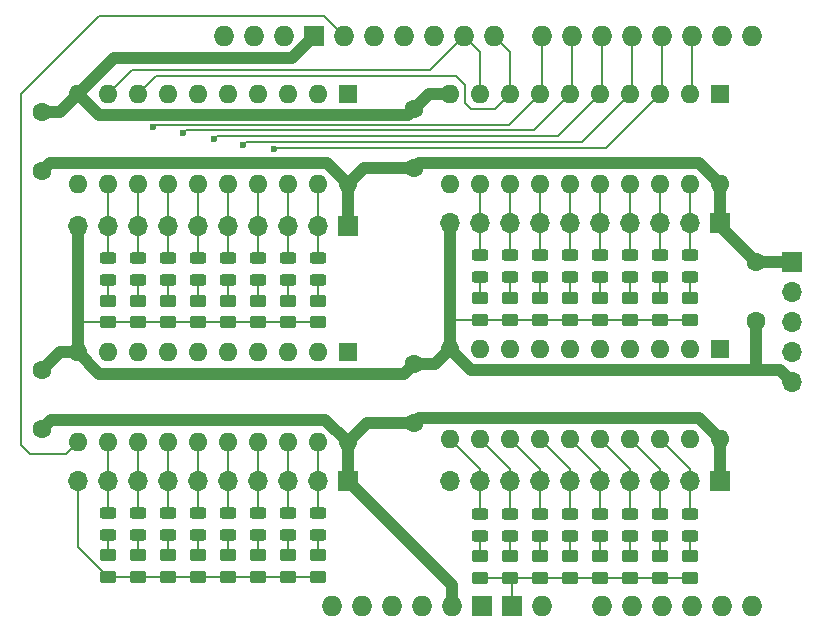
<source format=gbr>
%TF.GenerationSoftware,KiCad,Pcbnew,8.0.8*%
%TF.CreationDate,2025-02-03T13:00:51-08:00*%
%TF.ProjectId,ArduinoExpander,41726475-696e-46f4-9578-70616e646572,rev?*%
%TF.SameCoordinates,Original*%
%TF.FileFunction,Copper,L1,Top*%
%TF.FilePolarity,Positive*%
%FSLAX46Y46*%
G04 Gerber Fmt 4.6, Leading zero omitted, Abs format (unit mm)*
G04 Created by KiCad (PCBNEW 8.0.8) date 2025-02-03 13:00:51*
%MOMM*%
%LPD*%
G01*
G04 APERTURE LIST*
G04 Aperture macros list*
%AMRoundRect*
0 Rectangle with rounded corners*
0 $1 Rounding radius*
0 $2 $3 $4 $5 $6 $7 $8 $9 X,Y pos of 4 corners*
0 Add a 4 corners polygon primitive as box body*
4,1,4,$2,$3,$4,$5,$6,$7,$8,$9,$2,$3,0*
0 Add four circle primitives for the rounded corners*
1,1,$1+$1,$2,$3*
1,1,$1+$1,$4,$5*
1,1,$1+$1,$6,$7*
1,1,$1+$1,$8,$9*
0 Add four rect primitives between the rounded corners*
20,1,$1+$1,$2,$3,$4,$5,0*
20,1,$1+$1,$4,$5,$6,$7,0*
20,1,$1+$1,$6,$7,$8,$9,0*
20,1,$1+$1,$8,$9,$2,$3,0*%
G04 Aperture macros list end*
%TA.AperFunction,ComponentPad*%
%ADD10C,1.600000*%
%TD*%
%TA.AperFunction,SMDPad,CuDef*%
%ADD11RoundRect,0.243750X0.456250X-0.243750X0.456250X0.243750X-0.456250X0.243750X-0.456250X-0.243750X0*%
%TD*%
%TA.AperFunction,SMDPad,CuDef*%
%ADD12RoundRect,0.250000X-0.450000X0.262500X-0.450000X-0.262500X0.450000X-0.262500X0.450000X0.262500X0*%
%TD*%
%TA.AperFunction,ComponentPad*%
%ADD13O,1.727200X1.727200*%
%TD*%
%TA.AperFunction,ComponentPad*%
%ADD14R,1.727200X1.727200*%
%TD*%
%TA.AperFunction,ComponentPad*%
%ADD15R,1.700000X1.700000*%
%TD*%
%TA.AperFunction,ComponentPad*%
%ADD16O,1.700000X1.700000*%
%TD*%
%TA.AperFunction,ComponentPad*%
%ADD17R,1.600000X1.600000*%
%TD*%
%TA.AperFunction,ComponentPad*%
%ADD18O,1.600000X1.600000*%
%TD*%
%TA.AperFunction,ViaPad*%
%ADD19C,0.600000*%
%TD*%
%TA.AperFunction,Conductor*%
%ADD20C,1.000000*%
%TD*%
%TA.AperFunction,Conductor*%
%ADD21C,0.200000*%
%TD*%
G04 APERTURE END LIST*
D10*
%TO.P,C5,1*%
%TO.N,GND*%
X124968000Y-73580000D03*
%TO.P,C5,2*%
%TO.N,+5V*%
X124968000Y-68580000D03*
%TD*%
%TO.P,C1,1*%
%TO.N,GND*%
X64516000Y-77724000D03*
%TO.P,C1,2*%
%TO.N,+5V*%
X64516000Y-82724000D03*
%TD*%
D11*
%TO.P,D23,1,K*%
%TO.N,Net-(D23-K)*%
X104140000Y-91791000D03*
%TO.P,D23,2,A*%
%TO.N,Net-(D23-A)*%
X104140000Y-89916000D03*
%TD*%
D12*
%TO.P,R9,1*%
%TO.N,Net-(D9-K)*%
X87884000Y-71835000D03*
%TO.P,R9,2*%
%TO.N,GND*%
X87884000Y-73660000D03*
%TD*%
D11*
%TO.P,D5,1,K*%
%TO.N,Net-(D5-K)*%
X77724000Y-91684000D03*
%TO.P,D5,2,A*%
%TO.N,Net-(D5-A)*%
X77724000Y-89809000D03*
%TD*%
D12*
%TO.P,R3,1*%
%TO.N,Net-(D3-K)*%
X82804000Y-93415000D03*
%TO.P,R3,2*%
%TO.N,GND*%
X82804000Y-95240000D03*
%TD*%
%TO.P,R10,1*%
%TO.N,Net-(D10-K)*%
X85344000Y-71835000D03*
%TO.P,R10,2*%
%TO.N,GND*%
X85344000Y-73660000D03*
%TD*%
%TO.P,R22,1*%
%TO.N,Net-(D22-K)*%
X106680000Y-93472000D03*
%TO.P,R22,2*%
%TO.N,GND*%
X106680000Y-95297000D03*
%TD*%
%TO.P,R4,1*%
%TO.N,Net-(D4-K)*%
X80264000Y-93415000D03*
%TO.P,R4,2*%
%TO.N,GND*%
X80264000Y-95240000D03*
%TD*%
D11*
%TO.P,D18,1,K*%
%TO.N,Net-(D18-K)*%
X116840000Y-91791000D03*
%TO.P,D18,2,A*%
%TO.N,Net-(D18-A)*%
X116840000Y-89916000D03*
%TD*%
D10*
%TO.P,C2,1*%
%TO.N,GND*%
X64516000Y-55880000D03*
%TO.P,C2,2*%
%TO.N,+5V*%
X64516000Y-60880000D03*
%TD*%
D12*
%TO.P,R27,1*%
%TO.N,Net-(D27-K)*%
X114300000Y-71628000D03*
%TO.P,R27,2*%
%TO.N,GND*%
X114300000Y-73453000D03*
%TD*%
D11*
%TO.P,D29,2,A*%
%TO.N,Net-(D29-A)*%
X109220000Y-67965000D03*
%TO.P,D29,1,K*%
%TO.N,Net-(D29-K)*%
X109220000Y-69840000D03*
%TD*%
%TO.P,D22,1,K*%
%TO.N,Net-(D22-K)*%
X106680000Y-91791000D03*
%TO.P,D22,2,A*%
%TO.N,Net-(D22-A)*%
X106680000Y-89916000D03*
%TD*%
D12*
%TO.P,R26,1*%
%TO.N,Net-(D26-K)*%
X116840000Y-71628000D03*
%TO.P,R26,2*%
%TO.N,GND*%
X116840000Y-73453000D03*
%TD*%
%TO.P,R19,1*%
%TO.N,Net-(D19-K)*%
X114300000Y-93472000D03*
%TO.P,R19,2*%
%TO.N,GND*%
X114300000Y-95297000D03*
%TD*%
D13*
%TO.P,A1,VIN,VIN*%
%TO.N,/VIN*%
X106865200Y-97677437D03*
%TO.P,A1,SDA,SDA*%
%TO.N,/SDA*%
X82481200Y-49417437D03*
%TO.P,A1,SCL,SCL*%
%TO.N,/SCL*%
X79941200Y-49417437D03*
%TO.P,A1,RST1,RESET*%
%TO.N,/RST1*%
X94165200Y-97677437D03*
%TO.P,A1,IORF,IOREF*%
%TO.N,/IOREF*%
X91625200Y-97677437D03*
D14*
%TO.P,A1,GND3,GND*%
%TO.N,GND*%
X104325200Y-97677437D03*
%TO.P,A1,GND2,GND*%
X101785200Y-97677437D03*
%TO.P,A1,GND1,GND*%
X87561200Y-49417437D03*
D13*
%TO.P,A1,D13,D13*%
%TO.N,/LE_A_PIN*%
X90101200Y-49417437D03*
%TO.P,A1,D12,D12*%
%TO.N,/LE_B_PIN*%
X92641200Y-49417437D03*
%TO.P,A1,D11,D11*%
%TO.N,/OE_AB_PIN*%
X95181200Y-49417437D03*
%TO.P,A1,D10,D10_CS*%
%TO.N,/LE_D_PIN*%
X97721200Y-49417437D03*
%TO.P,A1,D9,D9*%
%TO.N,/DB7*%
X100261200Y-49417437D03*
%TO.P,A1,D8,D8*%
%TO.N,/DB6*%
X102801200Y-49417437D03*
%TO.P,A1,D7,D7*%
%TO.N,/DB5*%
X106865200Y-49417437D03*
%TO.P,A1,D6,D6*%
%TO.N,/DB4*%
X109405200Y-49417437D03*
%TO.P,A1,D5,D5*%
%TO.N,/DB3*%
X111945200Y-49417437D03*
%TO.P,A1,D4,D4*%
%TO.N,/DB2*%
X114485200Y-49417437D03*
%TO.P,A1,D3,D3_INT1*%
%TO.N,/DB1*%
X117025200Y-49417437D03*
%TO.P,A1,D2,D2_INT0*%
%TO.N,/DB0*%
X119565200Y-49417437D03*
%TO.P,A1,D1,D1/TX*%
%TO.N,/D1*%
X122105200Y-49417437D03*
%TO.P,A1,D0,D0/RX*%
%TO.N,/D0*%
X124645200Y-49417437D03*
%TO.P,A1,AREF,AREF*%
%TO.N,/AREF*%
X85021200Y-49417437D03*
%TO.P,A1,A5,A5*%
%TO.N,/CTRL_2*%
X124645200Y-97677437D03*
%TO.P,A1,A4,A4*%
%TO.N,/CTRL_1*%
X122105200Y-97677437D03*
%TO.P,A1,A3,A3*%
%TO.N,/CTRL_0*%
X119565200Y-97677437D03*
%TO.P,A1,A2,A2*%
%TO.N,/PIN19_C_PIN*%
X117025200Y-97677437D03*
%TO.P,A1,A1,A1*%
%TO.N,/PIN1_C_PIN*%
X114485200Y-97677437D03*
%TO.P,A1,A0,A0*%
%TO.N,/PIN1_D_PIN*%
X111945200Y-97677437D03*
%TO.P,A1,5V1,5V*%
%TO.N,+5V*%
X99245200Y-97677437D03*
%TO.P,A1,3V3,3.3V*%
%TO.N,+3.3V*%
X96705200Y-97677437D03*
%TO.P,A1,*%
%TO.N,*%
X89085200Y-97677437D03*
%TD*%
D11*
%TO.P,D6,1,K*%
%TO.N,Net-(D6-K)*%
X75184000Y-91684000D03*
%TO.P,D6,2,A*%
%TO.N,Net-(D6-A)*%
X75184000Y-89809000D03*
%TD*%
%TO.P,D7,1,K*%
%TO.N,Net-(D7-K)*%
X72644000Y-91684000D03*
%TO.P,D7,2,A*%
%TO.N,Net-(D7-A)*%
X72644000Y-89809000D03*
%TD*%
D15*
%TO.P,J3,1,Pin_1*%
%TO.N,+5V*%
X121920000Y-87112000D03*
D16*
%TO.P,J3,2,Pin_2*%
%TO.N,Net-(D17-A)*%
X119380000Y-87112000D03*
%TO.P,J3,3,Pin_3*%
%TO.N,Net-(D18-A)*%
X116840000Y-87112000D03*
%TO.P,J3,4,Pin_4*%
%TO.N,Net-(D19-A)*%
X114300000Y-87112000D03*
%TO.P,J3,5,Pin_5*%
%TO.N,Net-(D20-A)*%
X111760000Y-87112000D03*
%TO.P,J3,6,Pin_6*%
%TO.N,Net-(D21-A)*%
X109220000Y-87112000D03*
%TO.P,J3,7,Pin_7*%
%TO.N,Net-(D22-A)*%
X106680000Y-87112000D03*
%TO.P,J3,8,Pin_8*%
%TO.N,Net-(D23-A)*%
X104140000Y-87112000D03*
%TO.P,J3,9,Pin_9*%
%TO.N,Net-(D24-A)*%
X101600000Y-87112000D03*
%TO.P,J3,10,Pin_10*%
%TO.N,GND*%
X99060000Y-87112000D03*
%TD*%
D11*
%TO.P,D1,1,K*%
%TO.N,Net-(D1-K)*%
X87884000Y-91684000D03*
%TO.P,D1,2,A*%
%TO.N,Net-(D1-A)*%
X87884000Y-89809000D03*
%TD*%
D12*
%TO.P,R2,1*%
%TO.N,Net-(D2-K)*%
X85344000Y-93415000D03*
%TO.P,R2,2*%
%TO.N,GND*%
X85344000Y-95240000D03*
%TD*%
D11*
%TO.P,D28,2,A*%
%TO.N,Net-(D28-A)*%
X111760000Y-67965000D03*
%TO.P,D28,1,K*%
%TO.N,Net-(D28-K)*%
X111760000Y-69840000D03*
%TD*%
D17*
%TO.P,U1,1,OE*%
%TO.N,/OE_AB_PIN*%
X90424000Y-76200000D03*
D18*
%TO.P,U1,2,D0*%
%TO.N,/DB0*%
X87884000Y-76200000D03*
%TO.P,U1,3,D1*%
%TO.N,/DB1*%
X85344000Y-76200000D03*
%TO.P,U1,4,D2*%
%TO.N,/DB2*%
X82804000Y-76200000D03*
%TO.P,U1,5,D3*%
%TO.N,/DB3*%
X80264000Y-76200000D03*
%TO.P,U1,6,D4*%
%TO.N,/DB4*%
X77724000Y-76200000D03*
%TO.P,U1,7,D5*%
%TO.N,/DB5*%
X75184000Y-76200000D03*
%TO.P,U1,8,D6*%
%TO.N,/DB6*%
X72644000Y-76200000D03*
%TO.P,U1,9,D7*%
%TO.N,/DB7*%
X70104000Y-76200000D03*
%TO.P,U1,10,GND*%
%TO.N,GND*%
X67564000Y-76200000D03*
%TO.P,U1,11,Load*%
%TO.N,/LE_A_PIN*%
X67564000Y-83820000D03*
%TO.P,U1,12,Q7*%
%TO.N,Net-(D8-A)*%
X70104000Y-83820000D03*
%TO.P,U1,13,Q6*%
%TO.N,Net-(D7-A)*%
X72644000Y-83820000D03*
%TO.P,U1,14,Q5*%
%TO.N,Net-(D6-A)*%
X75184000Y-83820000D03*
%TO.P,U1,15,Q4*%
%TO.N,Net-(D5-A)*%
X77724000Y-83820000D03*
%TO.P,U1,16,Q3*%
%TO.N,Net-(D4-A)*%
X80264000Y-83820000D03*
%TO.P,U1,17,Q2*%
%TO.N,Net-(D3-A)*%
X82804000Y-83820000D03*
%TO.P,U1,18,Q1*%
%TO.N,Net-(D2-A)*%
X85344000Y-83820000D03*
%TO.P,U1,19,Q0*%
%TO.N,Net-(D1-A)*%
X87884000Y-83820000D03*
%TO.P,U1,20,VCC*%
%TO.N,+5V*%
X90424000Y-83820000D03*
%TD*%
D12*
%TO.P,R5,1*%
%TO.N,Net-(D5-K)*%
X77724000Y-93415000D03*
%TO.P,R5,2*%
%TO.N,GND*%
X77724000Y-95240000D03*
%TD*%
%TO.P,R20,1*%
%TO.N,Net-(D20-K)*%
X111760000Y-93472000D03*
%TO.P,R20,2*%
%TO.N,GND*%
X111760000Y-95297000D03*
%TD*%
D17*
%TO.P,U2,1,OE*%
%TO.N,/OE_AB_PIN*%
X90424000Y-54356000D03*
D18*
%TO.P,U2,2,D0*%
%TO.N,/DB0*%
X87884000Y-54356000D03*
%TO.P,U2,3,D1*%
%TO.N,/DB1*%
X85344000Y-54356000D03*
%TO.P,U2,4,D2*%
%TO.N,/DB2*%
X82804000Y-54356000D03*
%TO.P,U2,5,D3*%
%TO.N,/DB3*%
X80264000Y-54356000D03*
%TO.P,U2,6,D4*%
%TO.N,/DB4*%
X77724000Y-54356000D03*
%TO.P,U2,7,D5*%
%TO.N,/DB5*%
X75184000Y-54356000D03*
%TO.P,U2,8,D6*%
%TO.N,/DB6*%
X72644000Y-54356000D03*
%TO.P,U2,9,D7*%
%TO.N,/DB7*%
X70104000Y-54356000D03*
%TO.P,U2,10,GND*%
%TO.N,GND*%
X67564000Y-54356000D03*
%TO.P,U2,11,Load*%
%TO.N,/LE_B_PIN*%
X67564000Y-61976000D03*
%TO.P,U2,12,Q7*%
%TO.N,Net-(D16-A)*%
X70104000Y-61976000D03*
%TO.P,U2,13,Q6*%
%TO.N,Net-(D15-A)*%
X72644000Y-61976000D03*
%TO.P,U2,14,Q5*%
%TO.N,Net-(D14-A)*%
X75184000Y-61976000D03*
%TO.P,U2,15,Q4*%
%TO.N,Net-(D13-A)*%
X77724000Y-61976000D03*
%TO.P,U2,16,Q3*%
%TO.N,Net-(D12-A)*%
X80264000Y-61976000D03*
%TO.P,U2,17,Q2*%
%TO.N,Net-(D11-A)*%
X82804000Y-61976000D03*
%TO.P,U2,18,Q1*%
%TO.N,Net-(D10-A)*%
X85344000Y-61976000D03*
%TO.P,U2,19,Q0*%
%TO.N,Net-(D9-A)*%
X87884000Y-61976000D03*
%TO.P,U2,20,VCC*%
%TO.N,+5V*%
X90424000Y-61976000D03*
%TD*%
D12*
%TO.P,R30,1*%
%TO.N,Net-(D30-K)*%
X106680000Y-71628000D03*
%TO.P,R30,2*%
%TO.N,GND*%
X106680000Y-73453000D03*
%TD*%
D17*
%TO.P,U4,1,OE*%
%TO.N,/PIN1_D_PIN*%
X121920000Y-54356000D03*
D18*
%TO.P,U4,2,D0*%
%TO.N,/DB0*%
X119380000Y-54356000D03*
%TO.P,U4,3,D1*%
%TO.N,/DB1*%
X116840000Y-54356000D03*
%TO.P,U4,4,D2*%
%TO.N,/DB2*%
X114300000Y-54356000D03*
%TO.P,U4,5,D3*%
%TO.N,/DB3*%
X111760000Y-54356000D03*
%TO.P,U4,6,D4*%
%TO.N,/DB4*%
X109220000Y-54356000D03*
%TO.P,U4,7,D5*%
%TO.N,/DB5*%
X106680000Y-54356000D03*
%TO.P,U4,8,D6*%
%TO.N,/DB6*%
X104140000Y-54356000D03*
%TO.P,U4,9,D7*%
%TO.N,/DB7*%
X101600000Y-54356000D03*
%TO.P,U4,10,GND*%
%TO.N,GND*%
X99060000Y-54356000D03*
%TO.P,U4,11,Load*%
%TO.N,/LE_D_PIN*%
X99060000Y-61976000D03*
%TO.P,U4,12,Q7*%
%TO.N,Net-(D32-A)*%
X101600000Y-61976000D03*
%TO.P,U4,13,Q6*%
%TO.N,Net-(D31-A)*%
X104140000Y-61976000D03*
%TO.P,U4,14,Q5*%
%TO.N,Net-(D30-A)*%
X106680000Y-61976000D03*
%TO.P,U4,15,Q4*%
%TO.N,Net-(D29-A)*%
X109220000Y-61976000D03*
%TO.P,U4,16,Q3*%
%TO.N,Net-(D28-A)*%
X111760000Y-61976000D03*
%TO.P,U4,17,Q2*%
%TO.N,Net-(D27-A)*%
X114300000Y-61976000D03*
%TO.P,U4,18,Q1*%
%TO.N,Net-(D26-A)*%
X116840000Y-61976000D03*
%TO.P,U4,19,Q0*%
%TO.N,Net-(D25-A)*%
X119380000Y-61976000D03*
%TO.P,U4,20,VCC*%
%TO.N,+5V*%
X121920000Y-61976000D03*
%TD*%
D11*
%TO.P,D8,1,K*%
%TO.N,Net-(D8-K)*%
X70104000Y-91684000D03*
%TO.P,D8,2,A*%
%TO.N,Net-(D8-A)*%
X70104000Y-89809000D03*
%TD*%
D12*
%TO.P,R17,1*%
%TO.N,Net-(D17-K)*%
X119380000Y-93472000D03*
%TO.P,R17,2*%
%TO.N,GND*%
X119380000Y-95297000D03*
%TD*%
D11*
%TO.P,D13,1,K*%
%TO.N,Net-(D13-K)*%
X77724000Y-70104000D03*
%TO.P,D13,2,A*%
%TO.N,Net-(D13-A)*%
X77724000Y-68229000D03*
%TD*%
%TO.P,D30,2,A*%
%TO.N,Net-(D30-A)*%
X106680000Y-67965000D03*
%TO.P,D30,1,K*%
%TO.N,Net-(D30-K)*%
X106680000Y-69840000D03*
%TD*%
D15*
%TO.P,J2,1,Pin_1*%
%TO.N,+5V*%
X90424000Y-65532000D03*
D16*
%TO.P,J2,2,Pin_2*%
%TO.N,Net-(D9-A)*%
X87884000Y-65532000D03*
%TO.P,J2,3,Pin_3*%
%TO.N,Net-(D10-A)*%
X85344000Y-65532000D03*
%TO.P,J2,4,Pin_4*%
%TO.N,Net-(D11-A)*%
X82804000Y-65532000D03*
%TO.P,J2,5,Pin_5*%
%TO.N,Net-(D12-A)*%
X80264000Y-65532000D03*
%TO.P,J2,6,Pin_6*%
%TO.N,Net-(D13-A)*%
X77724000Y-65532000D03*
%TO.P,J2,7,Pin_7*%
%TO.N,Net-(D14-A)*%
X75184000Y-65532000D03*
%TO.P,J2,8,Pin_8*%
%TO.N,Net-(D15-A)*%
X72644000Y-65532000D03*
%TO.P,J2,9,Pin_9*%
%TO.N,Net-(D16-A)*%
X70104000Y-65532000D03*
%TO.P,J2,10,Pin_10*%
%TO.N,GND*%
X67564000Y-65532000D03*
%TD*%
D11*
%TO.P,D14,1,K*%
%TO.N,Net-(D14-K)*%
X75184000Y-70104000D03*
%TO.P,D14,2,A*%
%TO.N,Net-(D14-A)*%
X75184000Y-68229000D03*
%TD*%
%TO.P,D24,1,K*%
%TO.N,Net-(D24-K)*%
X101600000Y-91791000D03*
%TO.P,D24,2,A*%
%TO.N,Net-(D24-A)*%
X101600000Y-89916000D03*
%TD*%
D12*
%TO.P,R29,1*%
%TO.N,Net-(D29-K)*%
X109220000Y-71628000D03*
%TO.P,R29,2*%
%TO.N,GND*%
X109220000Y-73453000D03*
%TD*%
D10*
%TO.P,C3,1*%
%TO.N,GND*%
X96012000Y-55616000D03*
%TO.P,C3,2*%
%TO.N,+5V*%
X96012000Y-60616000D03*
%TD*%
D12*
%TO.P,R1,1*%
%TO.N,Net-(D1-K)*%
X87884000Y-93415000D03*
%TO.P,R1,2*%
%TO.N,GND*%
X87884000Y-95240000D03*
%TD*%
%TO.P,R13,1*%
%TO.N,Net-(D13-K)*%
X77724000Y-71835000D03*
%TO.P,R13,2*%
%TO.N,GND*%
X77724000Y-73660000D03*
%TD*%
D11*
%TO.P,D27,2,A*%
%TO.N,Net-(D27-A)*%
X114300000Y-67965000D03*
%TO.P,D27,1,K*%
%TO.N,Net-(D27-K)*%
X114300000Y-69840000D03*
%TD*%
D12*
%TO.P,R15,1*%
%TO.N,Net-(D15-K)*%
X72644000Y-71835000D03*
%TO.P,R15,2*%
%TO.N,GND*%
X72644000Y-73660000D03*
%TD*%
%TO.P,R7,1*%
%TO.N,Net-(D7-K)*%
X72644000Y-93415000D03*
%TO.P,R7,2*%
%TO.N,GND*%
X72644000Y-95240000D03*
%TD*%
D11*
%TO.P,D16,1,K*%
%TO.N,Net-(D16-K)*%
X70104000Y-70104000D03*
%TO.P,D16,2,A*%
%TO.N,Net-(D16-A)*%
X70104000Y-68229000D03*
%TD*%
%TO.P,D19,1,K*%
%TO.N,Net-(D19-K)*%
X114300000Y-91791000D03*
%TO.P,D19,2,A*%
%TO.N,Net-(D19-A)*%
X114300000Y-89916000D03*
%TD*%
%TO.P,D2,1,K*%
%TO.N,Net-(D2-K)*%
X85344000Y-91684000D03*
%TO.P,D2,2,A*%
%TO.N,Net-(D2-A)*%
X85344000Y-89809000D03*
%TD*%
D12*
%TO.P,R18,1*%
%TO.N,Net-(D18-K)*%
X116840000Y-93472000D03*
%TO.P,R18,2*%
%TO.N,GND*%
X116840000Y-95297000D03*
%TD*%
%TO.P,R12,1*%
%TO.N,Net-(D12-K)*%
X80264000Y-71835000D03*
%TO.P,R12,2*%
%TO.N,GND*%
X80264000Y-73660000D03*
%TD*%
%TO.P,R14,1*%
%TO.N,Net-(D14-K)*%
X75184000Y-71835000D03*
%TO.P,R14,2*%
%TO.N,GND*%
X75184000Y-73660000D03*
%TD*%
D11*
%TO.P,D17,1,K*%
%TO.N,Net-(D17-K)*%
X119380000Y-91791000D03*
%TO.P,D17,2,A*%
%TO.N,Net-(D17-A)*%
X119380000Y-89916000D03*
%TD*%
%TO.P,D25,1,K*%
%TO.N,Net-(D25-K)*%
X119380000Y-69840000D03*
%TO.P,D25,2,A*%
%TO.N,Net-(D25-A)*%
X119380000Y-67965000D03*
%TD*%
%TO.P,D21,1,K*%
%TO.N,Net-(D21-K)*%
X109220000Y-91791000D03*
%TO.P,D21,2,A*%
%TO.N,Net-(D21-A)*%
X109220000Y-89916000D03*
%TD*%
D12*
%TO.P,R31,1*%
%TO.N,Net-(D31-K)*%
X104140000Y-71628000D03*
%TO.P,R31,2*%
%TO.N,GND*%
X104140000Y-73453000D03*
%TD*%
%TO.P,R28,1*%
%TO.N,Net-(D28-K)*%
X111760000Y-71628000D03*
%TO.P,R28,2*%
%TO.N,GND*%
X111760000Y-73453000D03*
%TD*%
D11*
%TO.P,D26,2,A*%
%TO.N,Net-(D26-A)*%
X116840000Y-67965000D03*
%TO.P,D26,1,K*%
%TO.N,Net-(D26-K)*%
X116840000Y-69840000D03*
%TD*%
D12*
%TO.P,R16,1*%
%TO.N,Net-(D16-K)*%
X70104000Y-71835000D03*
%TO.P,R16,2*%
%TO.N,GND*%
X70104000Y-73660000D03*
%TD*%
%TO.P,R23,1*%
%TO.N,Net-(D23-K)*%
X104140000Y-93472000D03*
%TO.P,R23,2*%
%TO.N,GND*%
X104140000Y-95297000D03*
%TD*%
D11*
%TO.P,D11,1,K*%
%TO.N,Net-(D11-K)*%
X82804000Y-70104000D03*
%TO.P,D11,2,A*%
%TO.N,Net-(D11-A)*%
X82804000Y-68229000D03*
%TD*%
%TO.P,D15,2,A*%
%TO.N,Net-(D15-A)*%
X72644000Y-68229000D03*
%TO.P,D15,1,K*%
%TO.N,Net-(D15-K)*%
X72644000Y-70104000D03*
%TD*%
D10*
%TO.P,C4,1*%
%TO.N,GND*%
X96012000Y-77216000D03*
%TO.P,C4,2*%
%TO.N,+5V*%
X96012000Y-82216000D03*
%TD*%
D17*
%TO.P,U3,1,A->B*%
%TO.N,/PIN1_C_PIN*%
X121920000Y-75936000D03*
D18*
%TO.P,U3,2,A0*%
%TO.N,/DB0*%
X119380000Y-75936000D03*
%TO.P,U3,3,A1*%
%TO.N,/DB1*%
X116840000Y-75936000D03*
%TO.P,U3,4,A2*%
%TO.N,/DB2*%
X114300000Y-75936000D03*
%TO.P,U3,5,A3*%
%TO.N,/DB3*%
X111760000Y-75936000D03*
%TO.P,U3,6,A4*%
%TO.N,/DB4*%
X109220000Y-75936000D03*
%TO.P,U3,7,A5*%
%TO.N,/DB5*%
X106680000Y-75936000D03*
%TO.P,U3,8,A6*%
%TO.N,/DB6*%
X104140000Y-75936000D03*
%TO.P,U3,9,A7*%
%TO.N,/DB7*%
X101600000Y-75936000D03*
%TO.P,U3,10,GND*%
%TO.N,GND*%
X99060000Y-75936000D03*
%TO.P,U3,11,B7*%
%TO.N,Net-(D24-A)*%
X99060000Y-83556000D03*
%TO.P,U3,12,B6*%
%TO.N,Net-(D23-A)*%
X101600000Y-83556000D03*
%TO.P,U3,13,B5*%
%TO.N,Net-(D22-A)*%
X104140000Y-83556000D03*
%TO.P,U3,14,B4*%
%TO.N,Net-(D21-A)*%
X106680000Y-83556000D03*
%TO.P,U3,15,B3*%
%TO.N,Net-(D20-A)*%
X109220000Y-83556000D03*
%TO.P,U3,16,B2*%
%TO.N,Net-(D19-A)*%
X111760000Y-83556000D03*
%TO.P,U3,17,B1*%
%TO.N,Net-(D18-A)*%
X114300000Y-83556000D03*
%TO.P,U3,18,B0*%
%TO.N,Net-(D17-A)*%
X116840000Y-83556000D03*
%TO.P,U3,19,CE*%
%TO.N,/PIN19_C_PIN*%
X119380000Y-83556000D03*
%TO.P,U3,20,VCC*%
%TO.N,+5V*%
X121920000Y-83556000D03*
%TD*%
D15*
%TO.P,J4,1,Pin_1*%
%TO.N,+5V*%
X121920000Y-65268000D03*
D16*
%TO.P,J4,2,Pin_2*%
%TO.N,Net-(D25-A)*%
X119380000Y-65268000D03*
%TO.P,J4,3,Pin_3*%
%TO.N,Net-(D26-A)*%
X116840000Y-65268000D03*
%TO.P,J4,4,Pin_4*%
%TO.N,Net-(D27-A)*%
X114300000Y-65268000D03*
%TO.P,J4,5,Pin_5*%
%TO.N,Net-(D28-A)*%
X111760000Y-65268000D03*
%TO.P,J4,6,Pin_6*%
%TO.N,Net-(D29-A)*%
X109220000Y-65268000D03*
%TO.P,J4,7,Pin_7*%
%TO.N,Net-(D30-A)*%
X106680000Y-65268000D03*
%TO.P,J4,8,Pin_8*%
%TO.N,Net-(D31-A)*%
X104140000Y-65268000D03*
%TO.P,J4,9,Pin_9*%
%TO.N,Net-(D32-A)*%
X101600000Y-65268000D03*
%TO.P,J4,10,Pin_10*%
%TO.N,GND*%
X99060000Y-65268000D03*
%TD*%
D12*
%TO.P,R21,1*%
%TO.N,Net-(D21-K)*%
X109220000Y-93472000D03*
%TO.P,R21,2*%
%TO.N,GND*%
X109220000Y-95297000D03*
%TD*%
D11*
%TO.P,D9,1,K*%
%TO.N,Net-(D9-K)*%
X87884000Y-70104000D03*
%TO.P,D9,2,A*%
%TO.N,Net-(D9-A)*%
X87884000Y-68229000D03*
%TD*%
%TO.P,D12,1,K*%
%TO.N,Net-(D12-K)*%
X80264000Y-70104000D03*
%TO.P,D12,2,A*%
%TO.N,Net-(D12-A)*%
X80264000Y-68229000D03*
%TD*%
%TO.P,D4,1,K*%
%TO.N,Net-(D4-K)*%
X80264000Y-91684000D03*
%TO.P,D4,2,A*%
%TO.N,Net-(D4-A)*%
X80264000Y-89809000D03*
%TD*%
D12*
%TO.P,R6,1*%
%TO.N,Net-(D6-K)*%
X75184000Y-93415000D03*
%TO.P,R6,2*%
%TO.N,GND*%
X75184000Y-95240000D03*
%TD*%
D15*
%TO.P,J5,1,Pin_1*%
%TO.N,+5V*%
X128016000Y-68580000D03*
D16*
%TO.P,J5,2,Pin_2*%
%TO.N,/CTRL_0*%
X128016000Y-71120000D03*
%TO.P,J5,3,Pin_3*%
%TO.N,/CTRL_1*%
X128016000Y-73660000D03*
%TO.P,J5,4,Pin_4*%
%TO.N,/CTRL_2*%
X128016000Y-76200000D03*
%TO.P,J5,5,Pin_5*%
%TO.N,GND*%
X128016000Y-78740000D03*
%TD*%
D12*
%TO.P,R25,1*%
%TO.N,Net-(D25-K)*%
X119380000Y-71628000D03*
%TO.P,R25,2*%
%TO.N,GND*%
X119380000Y-73453000D03*
%TD*%
D11*
%TO.P,D3,1,K*%
%TO.N,Net-(D3-K)*%
X82804000Y-91684000D03*
%TO.P,D3,2,A*%
%TO.N,Net-(D3-A)*%
X82804000Y-89809000D03*
%TD*%
D12*
%TO.P,R32,1*%
%TO.N,Net-(D32-K)*%
X101600000Y-71628000D03*
%TO.P,R32,2*%
%TO.N,GND*%
X101600000Y-73453000D03*
%TD*%
%TO.P,R8,1*%
%TO.N,Net-(D8-K)*%
X70104000Y-93415000D03*
%TO.P,R8,2*%
%TO.N,GND*%
X70104000Y-95240000D03*
%TD*%
D11*
%TO.P,D20,1,K*%
%TO.N,Net-(D20-K)*%
X111760000Y-91791000D03*
%TO.P,D20,2,A*%
%TO.N,Net-(D20-A)*%
X111760000Y-89916000D03*
%TD*%
%TO.P,D10,1,K*%
%TO.N,Net-(D10-K)*%
X85344000Y-70104000D03*
%TO.P,D10,2,A*%
%TO.N,Net-(D10-A)*%
X85344000Y-68229000D03*
%TD*%
D15*
%TO.P,J1,1,Pin_1*%
%TO.N,+5V*%
X90424000Y-87112000D03*
D16*
%TO.P,J1,2,Pin_2*%
%TO.N,Net-(D1-A)*%
X87884000Y-87112000D03*
%TO.P,J1,3,Pin_3*%
%TO.N,Net-(D2-A)*%
X85344000Y-87112000D03*
%TO.P,J1,4,Pin_4*%
%TO.N,Net-(D3-A)*%
X82804000Y-87112000D03*
%TO.P,J1,5,Pin_5*%
%TO.N,Net-(D4-A)*%
X80264000Y-87112000D03*
%TO.P,J1,6,Pin_6*%
%TO.N,Net-(D5-A)*%
X77724000Y-87112000D03*
%TO.P,J1,7,Pin_7*%
%TO.N,Net-(D6-A)*%
X75184000Y-87112000D03*
%TO.P,J1,8,Pin_8*%
%TO.N,Net-(D7-A)*%
X72644000Y-87112000D03*
%TO.P,J1,9,Pin_9*%
%TO.N,Net-(D8-A)*%
X70104000Y-87112000D03*
%TO.P,J1,10,Pin_10*%
%TO.N,GND*%
X67564000Y-87112000D03*
%TD*%
D11*
%TO.P,D32,2,A*%
%TO.N,Net-(D32-A)*%
X101600000Y-67965000D03*
%TO.P,D32,1,K*%
%TO.N,Net-(D32-K)*%
X101600000Y-69840000D03*
%TD*%
D12*
%TO.P,R24,1*%
%TO.N,Net-(D24-K)*%
X101600000Y-93472000D03*
%TO.P,R24,2*%
%TO.N,GND*%
X101600000Y-95297000D03*
%TD*%
D11*
%TO.P,D31,2,A*%
%TO.N,Net-(D31-A)*%
X104140000Y-67965000D03*
%TO.P,D31,1,K*%
%TO.N,Net-(D31-K)*%
X104140000Y-69840000D03*
%TD*%
D12*
%TO.P,R11,1*%
%TO.N,Net-(D11-K)*%
X82804000Y-71835000D03*
%TO.P,R11,2*%
%TO.N,GND*%
X82804000Y-73660000D03*
%TD*%
D19*
%TO.N,/DB1*%
X84194000Y-59020000D03*
%TO.N,/DB2*%
X81548000Y-58674000D03*
%TO.N,/DB3*%
X79114000Y-58166000D03*
%TO.N,/DB4*%
X76454000Y-57658000D03*
%TO.N,/DB5*%
X73914000Y-57150000D03*
%TD*%
D20*
%TO.N,GND*%
X67564000Y-73660000D02*
X67564000Y-65532000D01*
D21*
X70104000Y-73660000D02*
X67564000Y-73660000D01*
D20*
X67564000Y-76200000D02*
X67564000Y-73660000D01*
D21*
X104140000Y-95504000D02*
X104325200Y-95689200D01*
X104325200Y-95689200D02*
X104325200Y-97677437D01*
X104140000Y-95297000D02*
X104140000Y-95504000D01*
D20*
X124968000Y-77724000D02*
X127000000Y-77724000D01*
X100848000Y-77724000D02*
X124968000Y-77724000D01*
X124968000Y-73580000D02*
X124968000Y-77724000D01*
%TO.N,+5V*%
X124968000Y-68580000D02*
X128016000Y-68580000D01*
X121920000Y-65532000D02*
X124968000Y-68580000D01*
X121920000Y-65268000D02*
X121920000Y-65532000D01*
D21*
%TO.N,/DB7*%
X72136000Y-52324000D02*
X70104000Y-54356000D01*
X97354637Y-52324000D02*
X72136000Y-52324000D01*
X100261200Y-49417437D02*
X97354637Y-52324000D01*
%TO.N,/DB6*%
X100838000Y-55626000D02*
X102870000Y-55626000D01*
X100330000Y-53594000D02*
X100330000Y-55118000D01*
X74168000Y-52832000D02*
X99568000Y-52832000D01*
X72644000Y-54356000D02*
X74168000Y-52832000D01*
X99568000Y-52832000D02*
X100330000Y-53594000D01*
X100330000Y-55118000D02*
X100838000Y-55626000D01*
X102870000Y-55626000D02*
X104140000Y-54356000D01*
D20*
%TO.N,GND*%
X70612000Y-51308000D02*
X67564000Y-54356000D01*
X85670637Y-51308000D02*
X70612000Y-51308000D01*
X87561200Y-49417437D02*
X85670637Y-51308000D01*
%TO.N,+5V*%
X99245200Y-95933200D02*
X99245200Y-97677437D01*
X90424000Y-87112000D02*
X99245200Y-95933200D01*
D21*
%TO.N,/DB1*%
X84356000Y-58928000D02*
X112268000Y-58928000D01*
X116840000Y-54356000D02*
X112268000Y-58928000D01*
%TO.N,/DB5*%
X74130000Y-56934000D02*
X104102000Y-56934000D01*
X73914000Y-57150000D02*
X74130000Y-56934000D01*
X104102000Y-56934000D02*
X106680000Y-54356000D01*
%TO.N,/DB4*%
X76454000Y-57658000D02*
X76708000Y-57404000D01*
X76708000Y-57404000D02*
X106172000Y-57404000D01*
X106172000Y-57404000D02*
X109220000Y-54356000D01*
%TO.N,/DB3*%
X79114000Y-58166000D02*
X79368000Y-57912000D01*
X79368000Y-57912000D02*
X108204000Y-57912000D01*
X108204000Y-57912000D02*
X111760000Y-54356000D01*
%TO.N,/DB2*%
X110236000Y-58420000D02*
X114300000Y-54356000D01*
X81802000Y-58420000D02*
X110236000Y-58420000D01*
X81548000Y-58674000D02*
X81802000Y-58420000D01*
D20*
%TO.N,GND*%
X127000000Y-77724000D02*
X128016000Y-78740000D01*
X99060000Y-75936000D02*
X100848000Y-77724000D01*
%TO.N,+5V*%
X96440000Y-81788000D02*
X96012000Y-82216000D01*
X120152000Y-81788000D02*
X96440000Y-81788000D01*
X121920000Y-83556000D02*
X120152000Y-81788000D01*
X96430000Y-60198000D02*
X120142000Y-60198000D01*
X120142000Y-60198000D02*
X121920000Y-61976000D01*
X96012000Y-60616000D02*
X96430000Y-60198000D01*
X88646000Y-60198000D02*
X65198000Y-60198000D01*
X65198000Y-60198000D02*
X64516000Y-60880000D01*
X90424000Y-61976000D02*
X88646000Y-60198000D01*
%TO.N,GND*%
X95494000Y-56134000D02*
X96012000Y-55616000D01*
X69342000Y-56134000D02*
X95494000Y-56134000D01*
X67564000Y-54356000D02*
X69342000Y-56134000D01*
%TO.N,+5V*%
X96012000Y-60616000D02*
X91784000Y-60616000D01*
X96012000Y-82216000D02*
X92028000Y-82216000D01*
%TO.N,GND*%
X95212001Y-78015999D02*
X96012000Y-77216000D01*
X69379999Y-78015999D02*
X95212001Y-78015999D01*
%TO.N,+5V*%
X92028000Y-82216000D02*
X90424000Y-83820000D01*
D21*
%TO.N,GND*%
X99361000Y-73453000D02*
X99060000Y-73152000D01*
X101600000Y-73453000D02*
X99361000Y-73453000D01*
D20*
X99060000Y-73152000D02*
X99060000Y-65268000D01*
X99060000Y-75936000D02*
X99060000Y-73152000D01*
%TO.N,+5V*%
X65315999Y-81924001D02*
X64516000Y-82724000D01*
X88528001Y-81924001D02*
X65315999Y-81924001D01*
X90424000Y-83820000D02*
X88528001Y-81924001D01*
%TO.N,GND*%
X67564000Y-76200000D02*
X69379999Y-78015999D01*
%TO.N,+5V*%
X90424000Y-61976000D02*
X90424000Y-65532000D01*
%TO.N,GND*%
X66040000Y-55880000D02*
X67564000Y-54356000D01*
X64516000Y-55880000D02*
X66040000Y-55880000D01*
%TO.N,+5V*%
X91784000Y-60616000D02*
X90424000Y-61976000D01*
D21*
%TO.N,/DB6*%
X104140000Y-50756237D02*
X102801200Y-49417437D01*
X104140000Y-54356000D02*
X104140000Y-50756237D01*
%TO.N,/DB7*%
X101600000Y-54356000D02*
X101600000Y-50756237D01*
X101600000Y-50756237D02*
X100261200Y-49417437D01*
%TO.N,/DB0*%
X119565200Y-54170800D02*
X119380000Y-54356000D01*
X119565200Y-49417437D02*
X119565200Y-54170800D01*
%TO.N,/DB1*%
X117025200Y-54170800D02*
X116840000Y-54356000D01*
X117025200Y-49417437D02*
X117025200Y-54170800D01*
%TO.N,/DB2*%
X114485200Y-54170800D02*
X114300000Y-54356000D01*
X114485200Y-49417437D02*
X114485200Y-54170800D01*
%TO.N,/DB3*%
X111945200Y-54170800D02*
X111760000Y-54356000D01*
X111945200Y-49417437D02*
X111945200Y-54170800D01*
%TO.N,/DB4*%
X109405200Y-49417437D02*
X109405200Y-54170800D01*
X109405200Y-54170800D02*
X109220000Y-54356000D01*
%TO.N,/DB5*%
X106865200Y-54170800D02*
X106680000Y-54356000D01*
X106865200Y-49417437D02*
X106865200Y-54170800D01*
D20*
%TO.N,GND*%
X97272000Y-54356000D02*
X96012000Y-55616000D01*
X99060000Y-54356000D02*
X97272000Y-54356000D01*
D21*
%TO.N,Net-(D25-A)*%
X119380000Y-61976000D02*
X119380000Y-65268000D01*
X119380000Y-67965000D02*
X119380000Y-65268000D01*
%TO.N,Net-(D25-K)*%
X119380000Y-71628000D02*
X119380000Y-69840000D01*
%TO.N,Net-(D26-K)*%
X116840000Y-69840000D02*
X116840000Y-71628000D01*
%TO.N,Net-(D26-A)*%
X116840000Y-65268000D02*
X116840000Y-67965000D01*
X116840000Y-61976000D02*
X116840000Y-65268000D01*
%TO.N,Net-(D27-A)*%
X114300000Y-61976000D02*
X114300000Y-65268000D01*
X114300000Y-67965000D02*
X114300000Y-65268000D01*
%TO.N,Net-(D27-K)*%
X114300000Y-69840000D02*
X114300000Y-71628000D01*
%TO.N,Net-(D28-K)*%
X111760000Y-69840000D02*
X111760000Y-71628000D01*
%TO.N,Net-(D28-A)*%
X111760000Y-65268000D02*
X111760000Y-67965000D01*
X111760000Y-61976000D02*
X111760000Y-65268000D01*
%TO.N,Net-(D29-A)*%
X109220000Y-65268000D02*
X109220000Y-61976000D01*
X109220000Y-67965000D02*
X109220000Y-65268000D01*
%TO.N,Net-(D29-K)*%
X109220000Y-71628000D02*
X109220000Y-69840000D01*
%TO.N,Net-(D30-K)*%
X106680000Y-69840000D02*
X106680000Y-71628000D01*
%TO.N,Net-(D30-A)*%
X106680000Y-65268000D02*
X106680000Y-67965000D01*
X106680000Y-61976000D02*
X106680000Y-65268000D01*
%TO.N,Net-(D31-A)*%
X104140000Y-65268000D02*
X104140000Y-61976000D01*
X104140000Y-67965000D02*
X104140000Y-65268000D01*
%TO.N,Net-(D31-K)*%
X104140000Y-71628000D02*
X104140000Y-69840000D01*
%TO.N,Net-(D32-K)*%
X101600000Y-69840000D02*
X101600000Y-71628000D01*
%TO.N,Net-(D32-A)*%
X101600000Y-61976000D02*
X101600000Y-65268000D01*
X101600000Y-65268000D02*
X101600000Y-67965000D01*
D20*
%TO.N,+5V*%
X121920000Y-65268000D02*
X121920000Y-61976000D01*
D21*
%TO.N,GND*%
X104140000Y-73453000D02*
X101600000Y-73453000D01*
X106680000Y-73453000D02*
X104140000Y-73453000D01*
X109220000Y-73453000D02*
X106680000Y-73453000D01*
X111760000Y-73453000D02*
X109220000Y-73453000D01*
X114300000Y-73453000D02*
X111760000Y-73453000D01*
X116840000Y-73453000D02*
X114300000Y-73453000D01*
X119380000Y-73453000D02*
X116840000Y-73453000D01*
D20*
X97780000Y-77216000D02*
X99060000Y-75936000D01*
X96012000Y-77216000D02*
X97780000Y-77216000D01*
%TO.N,+5V*%
X121920000Y-83556000D02*
X121920000Y-87112000D01*
X90424000Y-83820000D02*
X90424000Y-87112000D01*
D21*
%TO.N,GND*%
X116840000Y-95297000D02*
X119380000Y-95297000D01*
X114300000Y-95297000D02*
X116840000Y-95297000D01*
X111760000Y-95297000D02*
X114300000Y-95297000D01*
X109220000Y-95297000D02*
X111760000Y-95297000D01*
X106680000Y-95297000D02*
X109220000Y-95297000D01*
X104140000Y-95297000D02*
X106680000Y-95297000D01*
X101600000Y-95297000D02*
X104140000Y-95297000D01*
%TO.N,Net-(D17-K)*%
X119380000Y-91791000D02*
X119380000Y-93472000D01*
%TO.N,Net-(D18-K)*%
X116840000Y-91791000D02*
X116840000Y-93472000D01*
%TO.N,Net-(D19-K)*%
X114300000Y-91791000D02*
X114300000Y-93472000D01*
%TO.N,Net-(D20-K)*%
X111760000Y-91791000D02*
X111760000Y-93472000D01*
%TO.N,Net-(D21-K)*%
X109220000Y-91791000D02*
X109220000Y-93472000D01*
%TO.N,Net-(D22-K)*%
X106680000Y-91791000D02*
X106680000Y-93472000D01*
%TO.N,Net-(D23-K)*%
X104140000Y-91791000D02*
X104140000Y-93472000D01*
%TO.N,Net-(D24-K)*%
X101600000Y-91791000D02*
X101600000Y-93472000D01*
%TO.N,Net-(D17-A)*%
X119380000Y-87112000D02*
X119380000Y-89916000D01*
X119380000Y-86096000D02*
X119380000Y-87112000D01*
X116840000Y-83556000D02*
X119380000Y-86096000D01*
%TO.N,Net-(D18-A)*%
X116840000Y-87112000D02*
X116840000Y-89916000D01*
X116840000Y-86096000D02*
X116840000Y-87112000D01*
X114300000Y-83556000D02*
X116840000Y-86096000D01*
%TO.N,Net-(D19-A)*%
X114300000Y-87112000D02*
X114300000Y-89916000D01*
X114300000Y-86096000D02*
X114300000Y-87112000D01*
X111760000Y-83556000D02*
X114300000Y-86096000D01*
%TO.N,Net-(D20-A)*%
X111760000Y-87112000D02*
X111760000Y-89916000D01*
X111760000Y-86096000D02*
X111760000Y-87112000D01*
X109220000Y-83556000D02*
X111760000Y-86096000D01*
%TO.N,Net-(D21-A)*%
X109220000Y-87112000D02*
X109220000Y-89916000D01*
X109220000Y-86096000D02*
X109220000Y-87112000D01*
X106680000Y-83556000D02*
X109220000Y-86096000D01*
%TO.N,Net-(D22-A)*%
X106680000Y-87112000D02*
X106680000Y-89916000D01*
X106680000Y-86096000D02*
X106680000Y-87112000D01*
X104140000Y-83556000D02*
X106680000Y-86096000D01*
%TO.N,Net-(D23-A)*%
X104140000Y-87112000D02*
X104140000Y-89916000D01*
X101600000Y-83556000D02*
X104140000Y-86096000D01*
X104140000Y-86096000D02*
X104140000Y-87112000D01*
%TO.N,Net-(D24-A)*%
X101600000Y-87112000D02*
X101600000Y-89916000D01*
X99060000Y-83556000D02*
X101600000Y-86096000D01*
X101600000Y-86096000D02*
X101600000Y-87112000D01*
%TO.N,GND*%
X67564000Y-92700000D02*
X67564000Y-87112000D01*
X70104000Y-95240000D02*
X67564000Y-92700000D01*
X72644000Y-95240000D02*
X70104000Y-95240000D01*
X75184000Y-95240000D02*
X72644000Y-95240000D01*
X77724000Y-95240000D02*
X75184000Y-95240000D01*
X80264000Y-95240000D02*
X77724000Y-95240000D01*
X82804000Y-95240000D02*
X80264000Y-95240000D01*
X82804000Y-95240000D02*
X85344000Y-95240000D01*
X87884000Y-95240000D02*
X85344000Y-95240000D01*
%TO.N,Net-(D1-A)*%
X87884000Y-83820000D02*
X87884000Y-87112000D01*
X87884000Y-89809000D02*
X87884000Y-87112000D01*
%TO.N,Net-(D1-K)*%
X87884000Y-91684000D02*
X87884000Y-93415000D01*
%TO.N,Net-(D2-K)*%
X85344000Y-91684000D02*
X85344000Y-93415000D01*
%TO.N,Net-(D2-A)*%
X85344000Y-87112000D02*
X85344000Y-89809000D01*
X85344000Y-83820000D02*
X85344000Y-87112000D01*
%TO.N,Net-(D3-A)*%
X82804000Y-83820000D02*
X82804000Y-87112000D01*
X82804000Y-89809000D02*
X82804000Y-87112000D01*
%TO.N,Net-(D3-K)*%
X82804000Y-91684000D02*
X82804000Y-93415000D01*
%TO.N,Net-(D4-K)*%
X80264000Y-91684000D02*
X80264000Y-93415000D01*
%TO.N,Net-(D4-A)*%
X80264000Y-87112000D02*
X80264000Y-89809000D01*
X80264000Y-83820000D02*
X80264000Y-87112000D01*
%TO.N,Net-(D5-A)*%
X77724000Y-83820000D02*
X77724000Y-87112000D01*
X77724000Y-87112000D02*
X77724000Y-89809000D01*
%TO.N,Net-(D5-K)*%
X77724000Y-93415000D02*
X77724000Y-91684000D01*
%TO.N,Net-(D6-K)*%
X75184000Y-91684000D02*
X75184000Y-93415000D01*
%TO.N,Net-(D6-A)*%
X75184000Y-87112000D02*
X75184000Y-89809000D01*
X75184000Y-83820000D02*
X75184000Y-87112000D01*
%TO.N,Net-(D7-A)*%
X72644000Y-87112000D02*
X72644000Y-83820000D01*
X72644000Y-89809000D02*
X72644000Y-87112000D01*
%TO.N,Net-(D7-K)*%
X72644000Y-91684000D02*
X72644000Y-93415000D01*
%TO.N,Net-(D8-K)*%
X70104000Y-91684000D02*
X70104000Y-93415000D01*
%TO.N,Net-(D8-A)*%
X70104000Y-87112000D02*
X70104000Y-89809000D01*
X70104000Y-83820000D02*
X70104000Y-87112000D01*
D20*
%TO.N,GND*%
X66040000Y-76200000D02*
X64516000Y-77724000D01*
X67564000Y-76200000D02*
X66040000Y-76200000D01*
D21*
X85344000Y-73660000D02*
X87884000Y-73660000D01*
X82804000Y-73660000D02*
X85344000Y-73660000D01*
X80264000Y-73660000D02*
X82804000Y-73660000D01*
X77724000Y-73660000D02*
X80264000Y-73660000D01*
X75184000Y-73660000D02*
X77724000Y-73660000D01*
X72644000Y-73660000D02*
X75184000Y-73660000D01*
X70104000Y-73660000D02*
X72644000Y-73660000D01*
%TO.N,Net-(D16-K)*%
X70104000Y-70104000D02*
X70104000Y-71835000D01*
%TO.N,Net-(D16-A)*%
X70104000Y-65532000D02*
X70104000Y-68229000D01*
X70104000Y-61976000D02*
X70104000Y-65532000D01*
%TO.N,Net-(D15-K)*%
X72644000Y-70104000D02*
X72644000Y-71835000D01*
%TO.N,Net-(D15-A)*%
X72644000Y-65532000D02*
X72644000Y-68229000D01*
X72644000Y-61976000D02*
X72644000Y-65532000D01*
%TO.N,Net-(D14-K)*%
X75184000Y-70104000D02*
X75184000Y-71835000D01*
%TO.N,Net-(D14-A)*%
X75184000Y-65532000D02*
X75184000Y-68229000D01*
X75184000Y-61976000D02*
X75184000Y-65532000D01*
%TO.N,Net-(D13-K)*%
X77724000Y-70104000D02*
X77724000Y-71835000D01*
%TO.N,Net-(D13-A)*%
X77724000Y-65532000D02*
X77724000Y-68229000D01*
X77724000Y-61976000D02*
X77724000Y-65532000D01*
%TO.N,Net-(D12-K)*%
X80264000Y-70104000D02*
X80264000Y-71835000D01*
%TO.N,Net-(D12-A)*%
X80264000Y-65532000D02*
X80264000Y-68229000D01*
X80264000Y-61976000D02*
X80264000Y-65532000D01*
%TO.N,Net-(D11-K)*%
X82804000Y-70104000D02*
X82804000Y-71835000D01*
%TO.N,Net-(D11-A)*%
X82804000Y-65532000D02*
X82804000Y-68229000D01*
X82804000Y-61976000D02*
X82804000Y-65532000D01*
%TO.N,Net-(D10-K)*%
X85344000Y-70104000D02*
X85344000Y-71835000D01*
%TO.N,Net-(D10-A)*%
X85344000Y-65532000D02*
X85344000Y-68229000D01*
X85344000Y-61976000D02*
X85344000Y-65532000D01*
%TO.N,Net-(D9-A)*%
X87884000Y-65532000D02*
X87884000Y-61976000D01*
%TO.N,Net-(D9-K)*%
X87884000Y-70104000D02*
X87884000Y-71835000D01*
%TO.N,Net-(D9-A)*%
X87884000Y-65532000D02*
X87884000Y-68229000D01*
%TO.N,/LE_A_PIN*%
X67564000Y-83820000D02*
X66548000Y-84836000D01*
X66548000Y-84836000D02*
X63500000Y-84836000D01*
X62738000Y-54356000D02*
X69342000Y-47752000D01*
X63500000Y-84836000D02*
X62738000Y-84074000D01*
X62738000Y-84074000D02*
X62738000Y-54356000D01*
X69342000Y-47752000D02*
X88435763Y-47752000D01*
X88435763Y-47752000D02*
X90101200Y-49417437D01*
%TD*%
M02*

</source>
